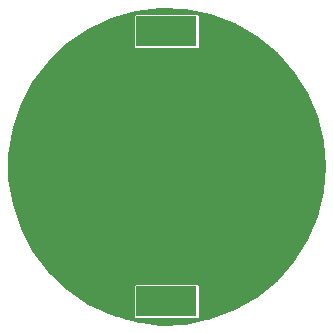
<source format=gbl>
G75*
%MOIN*%
%OFA0B0*%
%FSLAX25Y25*%
%IPPOS*%
%LPD*%
%AMOC8*
5,1,8,0,0,1.08239X$1,22.5*
%
%ADD10C,0.70000*%
%ADD11R,0.20000X0.10000*%
%ADD12C,0.01000*%
%ADD13R,0.04156X0.04156*%
%ADD14OC8,0.04156*%
%ADD15R,0.03762X0.03762*%
D10*
X0061500Y0059000D03*
D11*
X0061500Y0104000D03*
X0061500Y0014000D03*
D12*
X0099933Y0023467D02*
X0022952Y0023467D01*
X0022203Y0024186D02*
X0017128Y0030941D01*
X0013201Y0038422D01*
X0010526Y0046436D01*
X0009170Y0054775D01*
X0009170Y0063224D01*
X0010526Y0071564D01*
X0013201Y0079578D01*
X0017128Y0087059D01*
X0022203Y0093814D01*
X0028297Y0099667D01*
X0035250Y0104466D01*
X0042883Y0108088D01*
X0050999Y0110439D01*
X0059386Y0111457D01*
X0067828Y0111117D01*
X0076106Y0109427D01*
X0084006Y0106431D01*
X0091323Y0102207D01*
X0097868Y0096863D01*
X0103471Y0090539D01*
X0107986Y0083398D01*
X0111298Y0075625D01*
X0111298Y0075625D01*
X0113320Y0067422D01*
X0114000Y0059000D01*
X0113320Y0050578D01*
X0111298Y0042375D01*
X0107986Y0034602D01*
X0103471Y0027461D01*
X0097868Y0021137D01*
X0091323Y0015793D01*
X0084006Y0011569D01*
X0076106Y0008573D01*
X0067828Y0006883D01*
X0059386Y0006543D01*
X0050999Y0007561D01*
X0042883Y0009912D01*
X0035250Y0013534D01*
X0028297Y0018333D01*
X0022203Y0024186D01*
X0021993Y0024466D02*
X0100817Y0024466D01*
X0101702Y0025464D02*
X0021243Y0025464D01*
X0020492Y0026463D02*
X0102586Y0026463D01*
X0103471Y0027461D02*
X0019742Y0027461D01*
X0018992Y0028460D02*
X0104102Y0028460D01*
X0104734Y0029458D02*
X0018241Y0029458D01*
X0017491Y0030457D02*
X0105365Y0030457D01*
X0105997Y0031455D02*
X0016857Y0031455D01*
X0016333Y0032454D02*
X0106628Y0032454D01*
X0107259Y0033452D02*
X0015809Y0033452D01*
X0015285Y0034451D02*
X0107891Y0034451D01*
X0108347Y0035449D02*
X0014761Y0035449D01*
X0014237Y0036448D02*
X0108773Y0036448D01*
X0109198Y0037446D02*
X0013713Y0037446D01*
X0013193Y0038445D02*
X0109624Y0038445D01*
X0110049Y0039443D02*
X0012860Y0039443D01*
X0012527Y0040442D02*
X0110475Y0040442D01*
X0110900Y0041440D02*
X0012193Y0041440D01*
X0011860Y0042439D02*
X0111314Y0042439D01*
X0111560Y0043437D02*
X0011527Y0043437D01*
X0011193Y0044436D02*
X0111806Y0044436D01*
X0112052Y0045434D02*
X0010860Y0045434D01*
X0010527Y0046433D02*
X0112298Y0046433D01*
X0112545Y0047432D02*
X0010364Y0047432D01*
X0010201Y0048430D02*
X0112791Y0048430D01*
X0113037Y0049429D02*
X0010039Y0049429D01*
X0009877Y0050427D02*
X0113283Y0050427D01*
X0113320Y0050578D02*
X0113320Y0050578D01*
X0113389Y0051426D02*
X0009715Y0051426D01*
X0009552Y0052424D02*
X0113469Y0052424D01*
X0113550Y0053423D02*
X0009390Y0053423D01*
X0009228Y0054421D02*
X0113630Y0054421D01*
X0113711Y0055420D02*
X0009170Y0055420D01*
X0009170Y0056418D02*
X0113792Y0056418D01*
X0113872Y0057417D02*
X0009170Y0057417D01*
X0009170Y0058415D02*
X0113953Y0058415D01*
X0113967Y0059414D02*
X0009170Y0059414D01*
X0009170Y0060412D02*
X0113886Y0060412D01*
X0113805Y0061411D02*
X0009170Y0061411D01*
X0009170Y0062409D02*
X0113725Y0062409D01*
X0113644Y0063408D02*
X0009200Y0063408D01*
X0009362Y0064406D02*
X0113564Y0064406D01*
X0113483Y0065405D02*
X0009525Y0065405D01*
X0009687Y0066403D02*
X0113402Y0066403D01*
X0113322Y0067402D02*
X0009849Y0067402D01*
X0010011Y0068400D02*
X0113079Y0068400D01*
X0112833Y0069399D02*
X0010174Y0069399D01*
X0010336Y0070397D02*
X0112587Y0070397D01*
X0112341Y0071396D02*
X0010498Y0071396D01*
X0010803Y0072394D02*
X0112094Y0072394D01*
X0111848Y0073393D02*
X0011136Y0073393D01*
X0011469Y0074391D02*
X0111602Y0074391D01*
X0111356Y0075390D02*
X0011803Y0075390D01*
X0012136Y0076388D02*
X0110973Y0076388D01*
X0110548Y0077387D02*
X0012469Y0077387D01*
X0012803Y0078385D02*
X0110122Y0078385D01*
X0109697Y0079384D02*
X0013136Y0079384D01*
X0013623Y0080382D02*
X0109271Y0080382D01*
X0108846Y0081381D02*
X0014147Y0081381D01*
X0014671Y0082379D02*
X0108420Y0082379D01*
X0107995Y0083378D02*
X0015195Y0083378D01*
X0015719Y0084376D02*
X0107368Y0084376D01*
X0106736Y0085375D02*
X0016243Y0085375D01*
X0016767Y0086373D02*
X0106105Y0086373D01*
X0105473Y0087372D02*
X0017362Y0087372D01*
X0018113Y0088370D02*
X0104842Y0088370D01*
X0104211Y0089369D02*
X0018863Y0089369D01*
X0019613Y0090368D02*
X0103579Y0090368D01*
X0102738Y0091366D02*
X0020364Y0091366D01*
X0021114Y0092365D02*
X0101853Y0092365D01*
X0100969Y0093363D02*
X0021864Y0093363D01*
X0022773Y0094362D02*
X0100084Y0094362D01*
X0099200Y0095360D02*
X0023813Y0095360D01*
X0024852Y0096359D02*
X0098315Y0096359D01*
X0097263Y0097357D02*
X0025892Y0097357D01*
X0026932Y0098356D02*
X0050589Y0098356D01*
X0050400Y0098544D02*
X0051044Y0097900D01*
X0071956Y0097900D01*
X0072600Y0098544D01*
X0072600Y0109456D01*
X0071956Y0110100D01*
X0051044Y0110100D01*
X0050400Y0109456D01*
X0050400Y0098544D01*
X0050400Y0099354D02*
X0027971Y0099354D01*
X0029290Y0100353D02*
X0050400Y0100353D01*
X0050400Y0101351D02*
X0030737Y0101351D01*
X0032183Y0102350D02*
X0050400Y0102350D01*
X0050400Y0103348D02*
X0033630Y0103348D01*
X0035077Y0104347D02*
X0050400Y0104347D01*
X0050400Y0105345D02*
X0037102Y0105345D01*
X0039206Y0106344D02*
X0050400Y0106344D01*
X0050400Y0107342D02*
X0041311Y0107342D01*
X0043754Y0108341D02*
X0050400Y0108341D01*
X0050400Y0109339D02*
X0047202Y0109339D01*
X0050649Y0110338D02*
X0071646Y0110338D01*
X0072600Y0109339D02*
X0076338Y0109339D01*
X0078971Y0108341D02*
X0072600Y0108341D01*
X0072600Y0107342D02*
X0081604Y0107342D01*
X0084158Y0106344D02*
X0072600Y0106344D01*
X0072600Y0105345D02*
X0085887Y0105345D01*
X0087617Y0104347D02*
X0072600Y0104347D01*
X0072600Y0103348D02*
X0089346Y0103348D01*
X0091076Y0102350D02*
X0072600Y0102350D01*
X0072600Y0101351D02*
X0092371Y0101351D01*
X0093594Y0100353D02*
X0072600Y0100353D01*
X0072600Y0099354D02*
X0094817Y0099354D01*
X0096040Y0098356D02*
X0072411Y0098356D01*
X0062393Y0111336D02*
X0058388Y0111336D01*
X0023991Y0022469D02*
X0099048Y0022469D01*
X0098163Y0021470D02*
X0025031Y0021470D01*
X0026070Y0020472D02*
X0097053Y0020472D01*
X0095830Y0019473D02*
X0072582Y0019473D01*
X0072600Y0019456D02*
X0071956Y0020100D01*
X0051044Y0020100D01*
X0050400Y0019456D01*
X0050400Y0008544D01*
X0051044Y0007900D01*
X0071956Y0007900D01*
X0072600Y0008544D01*
X0072600Y0019456D01*
X0072600Y0018475D02*
X0094607Y0018475D01*
X0093385Y0017476D02*
X0072600Y0017476D01*
X0072600Y0016478D02*
X0092162Y0016478D01*
X0090779Y0015479D02*
X0072600Y0015479D01*
X0072600Y0014481D02*
X0089050Y0014481D01*
X0087320Y0013482D02*
X0072600Y0013482D01*
X0072600Y0012484D02*
X0085591Y0012484D01*
X0083786Y0011485D02*
X0072600Y0011485D01*
X0072600Y0010487D02*
X0081153Y0010487D01*
X0078520Y0009488D02*
X0072600Y0009488D01*
X0072545Y0008490D02*
X0075699Y0008490D01*
X0070808Y0007491D02*
X0051574Y0007491D01*
X0050455Y0008490D02*
X0047793Y0008490D01*
X0050400Y0009488D02*
X0044345Y0009488D01*
X0041672Y0010487D02*
X0050400Y0010487D01*
X0050400Y0011485D02*
X0039567Y0011485D01*
X0037463Y0012484D02*
X0050400Y0012484D01*
X0050400Y0013482D02*
X0035359Y0013482D01*
X0033878Y0014481D02*
X0050400Y0014481D01*
X0050400Y0015479D02*
X0032431Y0015479D01*
X0030985Y0016478D02*
X0050400Y0016478D01*
X0050400Y0017476D02*
X0029538Y0017476D01*
X0028149Y0018475D02*
X0050400Y0018475D01*
X0050418Y0019473D02*
X0027110Y0019473D01*
D13*
X0021500Y0035250D03*
X0017750Y0035250D03*
X0017750Y0040250D03*
X0021500Y0040250D03*
X0029000Y0084000D03*
X0037750Y0095250D03*
X0037750Y0099000D03*
X0041500Y0099000D03*
D14*
X0041500Y0095250D03*
X0032750Y0084000D03*
X0029000Y0080250D03*
X0066500Y0026500D03*
X0089000Y0021500D03*
X0097750Y0030250D03*
X0102750Y0078375D03*
X0104625Y0083375D03*
X0101500Y0089000D03*
X0092750Y0087125D03*
D15*
X0067750Y0104000D03*
X0061500Y0104000D03*
X0055250Y0104000D03*
X0055250Y0014000D03*
X0061500Y0014000D03*
X0067750Y0014000D03*
M02*

</source>
